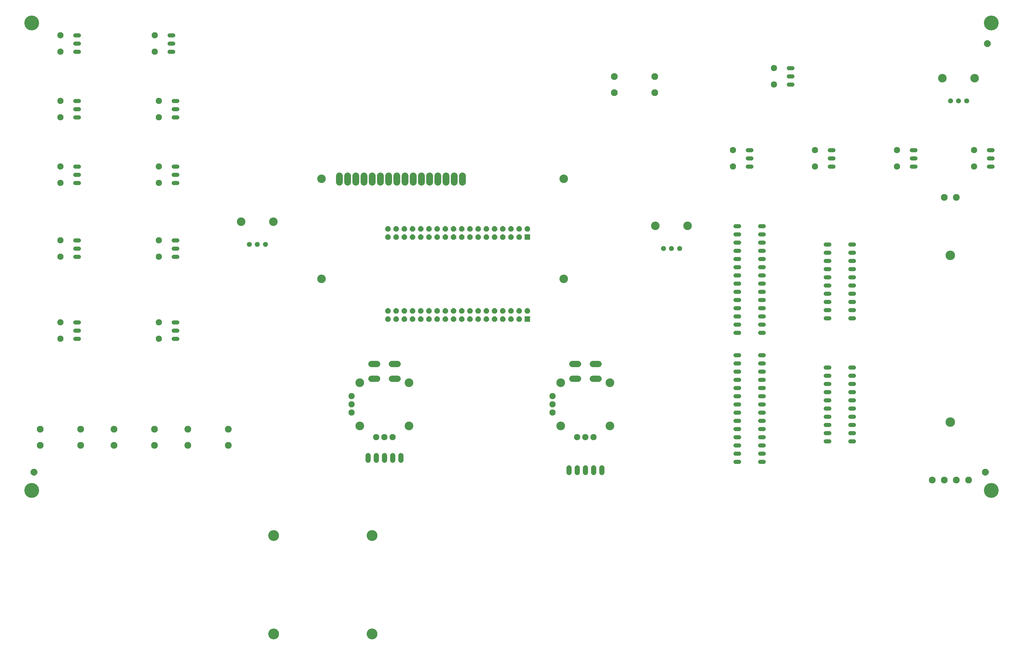
<source format=gbr>
G04 EAGLE Gerber RS-274X export*
G75*
%MOIN*%
%FSLAX34Y34*%
%LPD*%
%INSoldermask Bottom*%
%IPPOS*%
%AMOC8*
5,1,8,0,0,1.08239X$1,22.5*%
G01*
%ADD10C,0.131984*%
%ADD11R,0.066000X0.066000*%
%ADD12P,0.071438X8X202.500000*%
%ADD13C,0.083165*%
%ADD14C,0.061118*%
%ADD15C,0.104425*%
%ADD16C,0.076000*%
%ADD17C,0.076000*%
%ADD18C,0.106000*%
%ADD19C,0.062000*%
%ADD20C,0.082000*%
%ADD21C,0.116236*%
%ADD22C,0.050094*%
%ADD23C,0.050800*%
%ADD24C,0.181000*%
%ADD25C,0.024000*%
%ADD26C,0.046000*%


D10*
X31000Y-16000D03*
X31000Y-4000D03*
X43000Y-4000D03*
X43000Y-16000D03*
D11*
X61923Y22390D03*
D12*
X61923Y23390D03*
X60923Y22390D03*
X60923Y23390D03*
X59923Y22390D03*
X59923Y23390D03*
X58923Y22390D03*
X58923Y23390D03*
X57923Y22390D03*
X57923Y23390D03*
X56923Y22390D03*
X56923Y23390D03*
X55923Y22390D03*
X55923Y23390D03*
X54923Y22390D03*
X54923Y23390D03*
X53923Y22390D03*
X53923Y23390D03*
X52923Y22390D03*
X52923Y23390D03*
X51923Y22390D03*
X51923Y23390D03*
X50923Y22390D03*
X50923Y23390D03*
X49923Y22390D03*
X49923Y23390D03*
X48923Y22390D03*
X48923Y23390D03*
X47923Y22390D03*
X47923Y23390D03*
X46923Y22390D03*
X46923Y23390D03*
X45923Y22390D03*
X45923Y23390D03*
X44923Y22390D03*
X44923Y23390D03*
D11*
X61923Y32390D03*
D12*
X61923Y33390D03*
X60923Y32390D03*
X60923Y33390D03*
X59923Y32390D03*
X59923Y33390D03*
X58923Y32390D03*
X58923Y33390D03*
X57923Y32390D03*
X57923Y33390D03*
X56923Y32390D03*
X56923Y33390D03*
X55923Y32390D03*
X55923Y33390D03*
X54923Y32390D03*
X54923Y33390D03*
X53923Y32390D03*
X53923Y33390D03*
X52923Y32390D03*
X52923Y33390D03*
X51923Y32390D03*
X51923Y33390D03*
X50923Y32390D03*
X50923Y33390D03*
X49923Y32390D03*
X49923Y33390D03*
X48923Y32390D03*
X48923Y33390D03*
X47923Y32390D03*
X47923Y33390D03*
X46923Y32390D03*
X46923Y33390D03*
X45923Y32390D03*
X45923Y33390D03*
X44923Y32390D03*
X44923Y33390D03*
D13*
X77461Y51984D03*
X77461Y50016D03*
X72539Y50016D03*
X72539Y51984D03*
D14*
X78516Y31000D03*
X79500Y31000D03*
X80484Y31000D03*
D15*
X77531Y33756D03*
X81469Y33756D03*
D16*
X43600Y16922D02*
X42900Y16922D01*
X45400Y16922D02*
X46100Y16922D01*
X43600Y15150D02*
X42900Y15150D01*
X45400Y15150D02*
X46100Y15150D01*
D17*
X43500Y8000D03*
X44500Y8000D03*
X45500Y8000D03*
D18*
X41500Y14625D03*
X41500Y9375D03*
X47500Y9375D03*
X47500Y14625D03*
D17*
X40500Y13000D03*
X40500Y12000D03*
X40500Y11000D03*
D19*
X46500Y5780D02*
X46500Y5220D01*
X45500Y5220D02*
X45500Y5780D01*
X44500Y5780D02*
X44500Y5220D01*
X43500Y5220D02*
X43500Y5780D01*
X42500Y5780D02*
X42500Y5220D01*
D20*
X39000Y39120D02*
X39000Y39880D01*
X40000Y39880D02*
X40000Y39120D01*
X41000Y39120D02*
X41000Y39880D01*
X42000Y39880D02*
X42000Y39120D01*
X43000Y39120D02*
X43000Y39880D01*
X44000Y39880D02*
X44000Y39120D01*
X45000Y39120D02*
X45000Y39880D01*
X46000Y39880D02*
X46000Y39120D01*
X47000Y39120D02*
X47000Y39880D01*
X48000Y39880D02*
X48000Y39120D01*
X49000Y39120D02*
X49000Y39880D01*
X50000Y39880D02*
X50000Y39120D01*
X51000Y39120D02*
X51000Y39880D01*
X52000Y39880D02*
X52000Y39120D01*
X53000Y39120D02*
X53000Y39880D01*
X54000Y39880D02*
X54000Y39120D01*
D15*
X36835Y39500D03*
X66362Y39500D03*
X36835Y27295D03*
X66362Y27295D03*
D21*
X113500Y9823D03*
X113500Y30177D03*
D13*
X111285Y2776D03*
X112762Y2776D03*
X114238Y2776D03*
X115715Y2776D03*
X112762Y37224D03*
X114238Y37224D03*
D22*
X87720Y18000D02*
X87280Y18000D01*
X87280Y17000D02*
X87720Y17000D01*
X87720Y16000D02*
X87280Y16000D01*
X87280Y15000D02*
X87720Y15000D01*
X87720Y14000D02*
X87280Y14000D01*
X87280Y13000D02*
X87720Y13000D01*
X87720Y12000D02*
X87280Y12000D01*
X87280Y11000D02*
X87720Y11000D01*
X87720Y10000D02*
X87280Y10000D01*
X87280Y9000D02*
X87720Y9000D01*
X87720Y8000D02*
X87280Y8000D01*
X87280Y7000D02*
X87720Y7000D01*
X87720Y6000D02*
X87280Y6000D01*
X87280Y5000D02*
X87720Y5000D01*
X90280Y18000D02*
X90720Y18000D01*
X90720Y17000D02*
X90280Y17000D01*
X90280Y16000D02*
X90720Y16000D01*
X90720Y15000D02*
X90280Y15000D01*
X90280Y14000D02*
X90720Y14000D01*
X90720Y13000D02*
X90280Y13000D01*
X90280Y12000D02*
X90720Y12000D01*
X90720Y11000D02*
X90280Y11000D01*
X90280Y10000D02*
X90720Y10000D01*
X90720Y9000D02*
X90280Y9000D01*
X90280Y8000D02*
X90720Y8000D01*
X90720Y7000D02*
X90280Y7000D01*
X90280Y6000D02*
X90720Y6000D01*
X90720Y5000D02*
X90280Y5000D01*
D23*
X98276Y16500D02*
X98724Y16500D01*
X98724Y15500D02*
X98276Y15500D01*
X98276Y10500D02*
X98724Y10500D01*
X98724Y9500D02*
X98276Y9500D01*
X98276Y14500D02*
X98724Y14500D01*
X98724Y13500D02*
X98276Y13500D01*
X98276Y11500D02*
X98724Y11500D01*
X98724Y12500D02*
X98276Y12500D01*
X98276Y8500D02*
X98724Y8500D01*
X98724Y7500D02*
X98276Y7500D01*
X101276Y7500D02*
X101724Y7500D01*
X101724Y8500D02*
X101276Y8500D01*
X101276Y9500D02*
X101724Y9500D01*
X101724Y10500D02*
X101276Y10500D01*
X101276Y11500D02*
X101724Y11500D01*
X101724Y12500D02*
X101276Y12500D01*
X101276Y13500D02*
X101724Y13500D01*
X101724Y14500D02*
X101276Y14500D01*
X101276Y15500D02*
X101724Y15500D01*
X101724Y16500D02*
X101276Y16500D01*
D14*
X113516Y49000D03*
X114500Y49000D03*
X115484Y49000D03*
D15*
X112531Y51756D03*
X116469Y51756D03*
D23*
X7224Y55000D02*
X6776Y55000D01*
X6776Y56000D02*
X7224Y56000D01*
X7224Y57000D02*
X6776Y57000D01*
D17*
X5000Y55000D03*
X5000Y57000D03*
D23*
X18276Y55000D02*
X18724Y55000D01*
X18724Y56000D02*
X18276Y56000D01*
X18276Y57000D02*
X18724Y57000D01*
D17*
X16500Y55000D03*
X16500Y57000D03*
D23*
X7224Y47000D02*
X6776Y47000D01*
X6776Y48000D02*
X7224Y48000D01*
X7224Y49000D02*
X6776Y49000D01*
D17*
X5000Y47000D03*
X5000Y49000D03*
D23*
X18776Y47000D02*
X19224Y47000D01*
X19224Y48000D02*
X18776Y48000D01*
X18776Y49000D02*
X19224Y49000D01*
D17*
X17000Y47000D03*
X17000Y49000D03*
D23*
X7224Y39000D02*
X6776Y39000D01*
X6776Y40000D02*
X7224Y40000D01*
X7224Y41000D02*
X6776Y41000D01*
D17*
X5000Y39000D03*
X5000Y41000D03*
D23*
X18776Y39000D02*
X19224Y39000D01*
X19224Y40000D02*
X18776Y40000D01*
X18776Y41000D02*
X19224Y41000D01*
D17*
X17000Y39000D03*
X17000Y41000D03*
D23*
X7224Y30000D02*
X6776Y30000D01*
X6776Y31000D02*
X7224Y31000D01*
X7224Y32000D02*
X6776Y32000D01*
D17*
X5000Y30000D03*
X5000Y32000D03*
D23*
X18776Y30000D02*
X19224Y30000D01*
X19224Y31000D02*
X18776Y31000D01*
X18776Y32000D02*
X19224Y32000D01*
D17*
X17000Y30000D03*
X17000Y32000D03*
D23*
X7224Y20000D02*
X6776Y20000D01*
X6776Y21000D02*
X7224Y21000D01*
X7224Y22000D02*
X6776Y22000D01*
D17*
X5000Y20000D03*
X5000Y22000D03*
D23*
X18776Y20000D02*
X19224Y20000D01*
X19224Y21000D02*
X18776Y21000D01*
X18776Y22000D02*
X19224Y22000D01*
D17*
X17000Y20000D03*
X17000Y22000D03*
D23*
X93776Y51000D02*
X94224Y51000D01*
X94224Y52000D02*
X93776Y52000D01*
X93776Y53000D02*
X94224Y53000D01*
D17*
X92000Y51000D03*
X92000Y53000D03*
D23*
X89224Y41000D02*
X88776Y41000D01*
X88776Y42000D02*
X89224Y42000D01*
X89224Y43000D02*
X88776Y43000D01*
D17*
X87000Y41000D03*
X87000Y43000D03*
D23*
X98776Y41000D02*
X99224Y41000D01*
X99224Y42000D02*
X98776Y42000D01*
X98776Y43000D02*
X99224Y43000D01*
D17*
X97000Y41000D03*
X97000Y43000D03*
D23*
X108776Y41000D02*
X109224Y41000D01*
X109224Y42000D02*
X108776Y42000D01*
X108776Y43000D02*
X109224Y43000D01*
D17*
X107000Y41000D03*
X107000Y43000D03*
D23*
X118176Y41000D02*
X118624Y41000D01*
X118624Y42000D02*
X118176Y42000D01*
X118176Y43000D02*
X118624Y43000D01*
D17*
X116400Y41000D03*
X116400Y43000D03*
D13*
X7461Y8984D03*
X7461Y7016D03*
X2539Y7016D03*
X2539Y8984D03*
X16461Y8984D03*
X16461Y7016D03*
X11539Y7016D03*
X11539Y8984D03*
X25461Y8984D03*
X25461Y7016D03*
X20539Y7016D03*
X20539Y8984D03*
D14*
X28016Y31500D03*
X29000Y31500D03*
X29984Y31500D03*
D15*
X27031Y34256D03*
X30969Y34256D03*
D16*
X67400Y16922D02*
X68100Y16922D01*
X69900Y16922D02*
X70600Y16922D01*
X68100Y15150D02*
X67400Y15150D01*
X69900Y15150D02*
X70600Y15150D01*
D17*
X68000Y8000D03*
X69000Y8000D03*
X70000Y8000D03*
D18*
X66000Y14625D03*
X66000Y9375D03*
X72000Y9375D03*
X72000Y14625D03*
D17*
X65000Y13000D03*
X65000Y12000D03*
X65000Y11000D03*
D19*
X67000Y4280D02*
X67000Y3720D01*
X68000Y3720D02*
X68000Y4280D01*
X69000Y4280D02*
X69000Y3720D01*
X70000Y3720D02*
X70000Y4280D01*
X71000Y4280D02*
X71000Y3720D01*
D22*
X87280Y33750D02*
X87720Y33750D01*
X87720Y32750D02*
X87280Y32750D01*
X87280Y31750D02*
X87720Y31750D01*
X87720Y30750D02*
X87280Y30750D01*
X87280Y29750D02*
X87720Y29750D01*
X87720Y28750D02*
X87280Y28750D01*
X87280Y27750D02*
X87720Y27750D01*
X87720Y26750D02*
X87280Y26750D01*
X87280Y25750D02*
X87720Y25750D01*
X87720Y24750D02*
X87280Y24750D01*
X87280Y23750D02*
X87720Y23750D01*
X87720Y22750D02*
X87280Y22750D01*
X87280Y21750D02*
X87720Y21750D01*
X87720Y20750D02*
X87280Y20750D01*
X90280Y33750D02*
X90720Y33750D01*
X90720Y32750D02*
X90280Y32750D01*
X90280Y31750D02*
X90720Y31750D01*
X90720Y30750D02*
X90280Y30750D01*
X90280Y29750D02*
X90720Y29750D01*
X90720Y28750D02*
X90280Y28750D01*
X90280Y27750D02*
X90720Y27750D01*
X90720Y26750D02*
X90280Y26750D01*
X90280Y25750D02*
X90720Y25750D01*
X90720Y24750D02*
X90280Y24750D01*
X90280Y23750D02*
X90720Y23750D01*
X90720Y22750D02*
X90280Y22750D01*
X90280Y21750D02*
X90720Y21750D01*
X90720Y20750D02*
X90280Y20750D01*
D23*
X98276Y31500D02*
X98724Y31500D01*
X98724Y30500D02*
X98276Y30500D01*
X98276Y25500D02*
X98724Y25500D01*
X98724Y24500D02*
X98276Y24500D01*
X98276Y29500D02*
X98724Y29500D01*
X98724Y28500D02*
X98276Y28500D01*
X98276Y26500D02*
X98724Y26500D01*
X98724Y27500D02*
X98276Y27500D01*
X98276Y23500D02*
X98724Y23500D01*
X98724Y22500D02*
X98276Y22500D01*
X101276Y22500D02*
X101724Y22500D01*
X101724Y23500D02*
X101276Y23500D01*
X101276Y24500D02*
X101724Y24500D01*
X101724Y25500D02*
X101276Y25500D01*
X101276Y26500D02*
X101724Y26500D01*
X101724Y27500D02*
X101276Y27500D01*
X101276Y28500D02*
X101724Y28500D01*
X101724Y29500D02*
X101276Y29500D01*
X101276Y30500D02*
X101724Y30500D01*
X101724Y31500D02*
X101276Y31500D01*
D24*
X1500Y1500D03*
X1500Y58500D03*
X118500Y58500D03*
X118500Y1500D03*
D25*
X117700Y56000D02*
X117702Y56034D01*
X117708Y56068D01*
X117717Y56101D01*
X117731Y56132D01*
X117748Y56162D01*
X117768Y56190D01*
X117791Y56215D01*
X117817Y56238D01*
X117845Y56257D01*
X117875Y56273D01*
X117907Y56285D01*
X117940Y56294D01*
X117974Y56299D01*
X118009Y56300D01*
X118043Y56297D01*
X118076Y56290D01*
X118109Y56280D01*
X118140Y56265D01*
X118169Y56248D01*
X118196Y56227D01*
X118221Y56203D01*
X118243Y56176D01*
X118261Y56148D01*
X118276Y56117D01*
X118288Y56085D01*
X118296Y56051D01*
X118300Y56017D01*
X118300Y55983D01*
X118296Y55949D01*
X118288Y55915D01*
X118276Y55883D01*
X118261Y55852D01*
X118243Y55824D01*
X118221Y55797D01*
X118196Y55773D01*
X118169Y55752D01*
X118140Y55735D01*
X118109Y55720D01*
X118076Y55710D01*
X118043Y55703D01*
X118009Y55700D01*
X117974Y55701D01*
X117940Y55706D01*
X117907Y55715D01*
X117875Y55727D01*
X117845Y55743D01*
X117817Y55762D01*
X117791Y55785D01*
X117768Y55810D01*
X117748Y55838D01*
X117731Y55868D01*
X117717Y55899D01*
X117708Y55932D01*
X117702Y55966D01*
X117700Y56000D01*
D26*
X118000Y56000D03*
D25*
X117450Y3750D02*
X117452Y3784D01*
X117458Y3818D01*
X117467Y3851D01*
X117481Y3882D01*
X117498Y3912D01*
X117518Y3940D01*
X117541Y3965D01*
X117567Y3988D01*
X117595Y4007D01*
X117625Y4023D01*
X117657Y4035D01*
X117690Y4044D01*
X117724Y4049D01*
X117759Y4050D01*
X117793Y4047D01*
X117826Y4040D01*
X117859Y4030D01*
X117890Y4015D01*
X117919Y3998D01*
X117946Y3977D01*
X117971Y3953D01*
X117993Y3926D01*
X118011Y3898D01*
X118026Y3867D01*
X118038Y3835D01*
X118046Y3801D01*
X118050Y3767D01*
X118050Y3733D01*
X118046Y3699D01*
X118038Y3665D01*
X118026Y3633D01*
X118011Y3602D01*
X117993Y3574D01*
X117971Y3547D01*
X117946Y3523D01*
X117919Y3502D01*
X117890Y3485D01*
X117859Y3470D01*
X117826Y3460D01*
X117793Y3453D01*
X117759Y3450D01*
X117724Y3451D01*
X117690Y3456D01*
X117657Y3465D01*
X117625Y3477D01*
X117595Y3493D01*
X117567Y3512D01*
X117541Y3535D01*
X117518Y3560D01*
X117498Y3588D01*
X117481Y3618D01*
X117467Y3649D01*
X117458Y3682D01*
X117452Y3716D01*
X117450Y3750D01*
D26*
X117750Y3750D03*
D25*
X1450Y3750D02*
X1452Y3784D01*
X1458Y3818D01*
X1467Y3851D01*
X1481Y3882D01*
X1498Y3912D01*
X1518Y3940D01*
X1541Y3965D01*
X1567Y3988D01*
X1595Y4007D01*
X1625Y4023D01*
X1657Y4035D01*
X1690Y4044D01*
X1724Y4049D01*
X1759Y4050D01*
X1793Y4047D01*
X1826Y4040D01*
X1859Y4030D01*
X1890Y4015D01*
X1919Y3998D01*
X1946Y3977D01*
X1971Y3953D01*
X1993Y3926D01*
X2011Y3898D01*
X2026Y3867D01*
X2038Y3835D01*
X2046Y3801D01*
X2050Y3767D01*
X2050Y3733D01*
X2046Y3699D01*
X2038Y3665D01*
X2026Y3633D01*
X2011Y3602D01*
X1993Y3574D01*
X1971Y3547D01*
X1946Y3523D01*
X1919Y3502D01*
X1890Y3485D01*
X1859Y3470D01*
X1826Y3460D01*
X1793Y3453D01*
X1759Y3450D01*
X1724Y3451D01*
X1690Y3456D01*
X1657Y3465D01*
X1625Y3477D01*
X1595Y3493D01*
X1567Y3512D01*
X1541Y3535D01*
X1518Y3560D01*
X1498Y3588D01*
X1481Y3618D01*
X1467Y3649D01*
X1458Y3682D01*
X1452Y3716D01*
X1450Y3750D01*
D26*
X1750Y3750D03*
M02*

</source>
